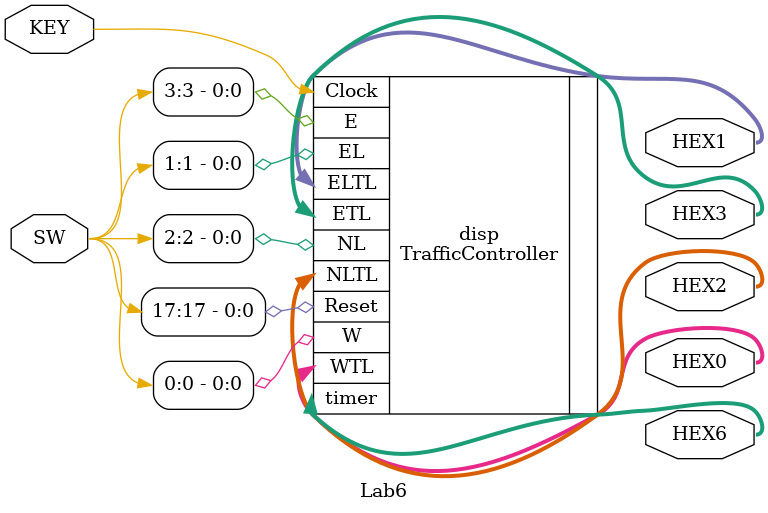
<source format=v>
module Lab6(SW, KEY, HEX0, HEX1, HEX2, HEX3, HEX6);
    input [0:0] KEY;  // Clock
    input [17:0] SW;  // E = SW[3], NL = SW[2], EL = SW[1], W = SW[0], Reset = SW[17]
    output [6:0] HEX3;  // ETL
    output [6:0] HEX2;  // NLTL
    output [6:0] HEX1;  // ELTL
    output [6:0] HEX0;  // WTL
    output [6:0] HEX6;  // Least Significant Digit of Timer
    
    
    
    TrafficController disp(
    .Reset(SW[17]), .Clock(KEY[0]), .E(SW[3]), .NL(SW[2]), .EL(SW[1]), .W(SW[0]), .ETL(HEX3), .NLTL(HEX2), .ELTL(HEX1), .WTL(HEX0), .timer(HEX6));
    
    
endmodule
    
    
    
</source>
